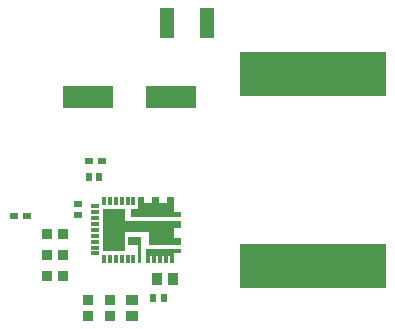
<source format=gbr>
G04*
G04 #@! TF.GenerationSoftware,Altium Limited,Altium Designer,23.0.1 (38)*
G04*
G04 Layer_Color=8421504*
%FSLAX25Y25*%
%MOIN*%
G70*
G04*
G04 #@! TF.SameCoordinates,AE5763C0-F2EE-4BCA-89C6-8F578BEF2D51*
G04*
G04*
G04 #@! TF.FilePolarity,Positive*
G04*
G01*
G75*
%ADD15R,0.01181X0.02559*%
%ADD16R,0.02559X0.01181*%
%ADD17R,0.16535X0.07480*%
%ADD18R,0.04921X0.09843*%
%ADD19R,0.03740X0.03347*%
%ADD20R,0.03937X0.03543*%
%ADD21R,0.48504X0.15059*%
%ADD22R,0.03543X0.03937*%
%ADD23R,0.02362X0.02520*%
%ADD24R,0.02953X0.02362*%
%ADD25R,0.02520X0.02362*%
%ADD26R,0.03347X0.03740*%
G36*
X152500Y66307D02*
X154961D01*
Y64732D01*
X138425D01*
Y67587D01*
X140492D01*
Y71524D01*
X142657D01*
Y69476D01*
X145413D01*
Y71524D01*
X147579D01*
Y69476D01*
X150335D01*
Y71524D01*
X152500D01*
Y66307D01*
D02*
G37*
G36*
X136358Y63551D02*
X154961D01*
Y61189D01*
X152500D01*
Y57752D01*
X154961D01*
Y55390D01*
X144350D01*
Y59890D01*
X136358D01*
Y53413D01*
X128976D01*
Y67587D01*
X136358D01*
Y63551D01*
D02*
G37*
G36*
X154961Y52634D02*
X152500D01*
Y49476D01*
X151319D01*
Y51642D01*
X150531D01*
Y49476D01*
X149350D01*
Y51642D01*
X148563D01*
Y49476D01*
X147382D01*
Y51642D01*
X146595D01*
Y49476D01*
X145413D01*
Y51642D01*
X144626D01*
Y49476D01*
X143445D01*
Y54209D01*
X154961D01*
Y52634D01*
D02*
G37*
G36*
X141673Y49476D02*
X140492D01*
Y55390D01*
X137146D01*
Y58126D01*
X141673D01*
Y49476D01*
D02*
G37*
D15*
X139114Y50756D02*
D03*
X137146D02*
D03*
X135177D02*
D03*
X133209D02*
D03*
X131240D02*
D03*
X129272D02*
D03*
Y70244D02*
D03*
X131240D02*
D03*
X133209D02*
D03*
X135177D02*
D03*
X137146D02*
D03*
X139114D02*
D03*
D16*
X126319Y52626D02*
D03*
Y54594D02*
D03*
Y56563D02*
D03*
Y58531D02*
D03*
Y60500D02*
D03*
Y62468D02*
D03*
Y64437D02*
D03*
Y66405D02*
D03*
Y68374D02*
D03*
D17*
X151500Y104914D02*
D03*
X123941D02*
D03*
D18*
X150307Y129500D02*
D03*
X163693D02*
D03*
D19*
X124000Y31941D02*
D03*
Y37059D02*
D03*
X131124Y37059D02*
D03*
Y31941D02*
D03*
D20*
X138500Y31842D02*
D03*
Y37157D02*
D03*
D21*
X199000Y112459D02*
D03*
Y48541D02*
D03*
D22*
X146843Y44076D02*
D03*
X152157D02*
D03*
D23*
X149142Y37760D02*
D03*
X145678D02*
D03*
X127732Y78000D02*
D03*
X124268D02*
D03*
D24*
X103764Y65000D02*
D03*
X99236D02*
D03*
X128764Y83560D02*
D03*
X124236D02*
D03*
D25*
X120500Y69000D02*
D03*
Y65535D02*
D03*
D26*
X115559Y45000D02*
D03*
X110441D02*
D03*
X115500Y59000D02*
D03*
X110382D02*
D03*
X115559Y52000D02*
D03*
X110441D02*
D03*
M02*

</source>
